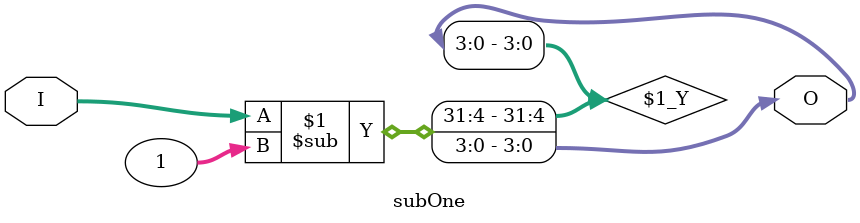
<source format=v>
module subOne (
    input wire [3:0] I,
    output wire [3:0] O
);

assign O = I - 1;

endmodule

</source>
